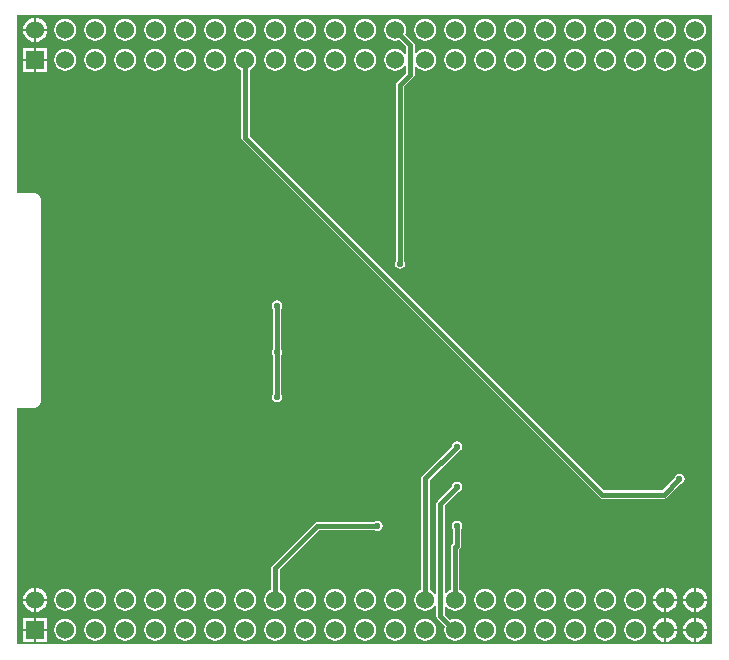
<source format=gbl>
G04 Layer_Physical_Order=4*
G04 Layer_Color=16711680*
%FSLAX25Y25*%
%MOIN*%
G70*
G01*
G75*
%ADD17C,0.01500*%
%ADD18C,0.06000*%
%ADD19R,0.06000X0.06000*%
%ADD20C,0.02200*%
G36*
X304909Y4591D02*
X73457D01*
Y83409D01*
X78740D01*
X79411Y83498D01*
X80036Y83756D01*
X80572Y84168D01*
X80984Y84705D01*
X81243Y85330D01*
X81331Y86000D01*
Y152441D01*
X81243Y153112D01*
X80984Y153736D01*
X80572Y154273D01*
X80036Y154685D01*
X79411Y154943D01*
X78740Y155032D01*
X73457D01*
Y214323D01*
X304909D01*
Y4591D01*
D02*
G37*
%LPC*%
G36*
X89383Y23012D02*
X88443Y22888D01*
X87568Y22526D01*
X86816Y21949D01*
X86239Y21197D01*
X85876Y20321D01*
X85752Y19381D01*
X85876Y18441D01*
X86239Y17566D01*
X86816Y16814D01*
X87568Y16236D01*
X88443Y15874D01*
X89383Y15750D01*
X90323Y15874D01*
X91199Y16236D01*
X91951Y16814D01*
X92528Y17566D01*
X92891Y18441D01*
X93014Y19381D01*
X92891Y20321D01*
X92528Y21197D01*
X91951Y21949D01*
X91199Y22526D01*
X90323Y22888D01*
X89383Y23012D01*
D02*
G37*
G36*
X303365Y18981D02*
X299783D01*
Y15399D01*
X300427Y15484D01*
X301400Y15887D01*
X302236Y16528D01*
X302877Y17364D01*
X303280Y18337D01*
X303365Y18981D01*
D02*
G37*
G36*
X298983D02*
X295401D01*
X295486Y18337D01*
X295889Y17364D01*
X296530Y16528D01*
X297366Y15887D01*
X298339Y15484D01*
X298983Y15399D01*
Y18981D01*
D02*
G37*
G36*
X99383Y23012D02*
X98443Y22888D01*
X97568Y22526D01*
X96816Y21949D01*
X96239Y21197D01*
X95876Y20321D01*
X95752Y19381D01*
X95876Y18441D01*
X96239Y17566D01*
X96816Y16814D01*
X97568Y16236D01*
X98443Y15874D01*
X99383Y15750D01*
X100323Y15874D01*
X101199Y16236D01*
X101951Y16814D01*
X102528Y17566D01*
X102891Y18441D01*
X103014Y19381D01*
X102891Y20321D01*
X102528Y21197D01*
X101951Y21949D01*
X101199Y22526D01*
X100323Y22888D01*
X99383Y23012D01*
D02*
G37*
G36*
X129383D02*
X128443Y22888D01*
X127568Y22526D01*
X126816Y21949D01*
X126239Y21197D01*
X125876Y20321D01*
X125752Y19381D01*
X125876Y18441D01*
X126239Y17566D01*
X126816Y16814D01*
X127568Y16236D01*
X128443Y15874D01*
X129383Y15750D01*
X130323Y15874D01*
X131199Y16236D01*
X131951Y16814D01*
X132528Y17566D01*
X132890Y18441D01*
X133014Y19381D01*
X132890Y20321D01*
X132528Y21197D01*
X131951Y21949D01*
X131199Y22526D01*
X130323Y22888D01*
X129383Y23012D01*
D02*
G37*
G36*
X119383D02*
X118443Y22888D01*
X117568Y22526D01*
X116816Y21949D01*
X116239Y21197D01*
X115876Y20321D01*
X115752Y19381D01*
X115876Y18441D01*
X116239Y17566D01*
X116816Y16814D01*
X117568Y16236D01*
X118443Y15874D01*
X119383Y15750D01*
X120323Y15874D01*
X121199Y16236D01*
X121951Y16814D01*
X122528Y17566D01*
X122890Y18441D01*
X123014Y19381D01*
X122890Y20321D01*
X122528Y21197D01*
X121951Y21949D01*
X121199Y22526D01*
X120323Y22888D01*
X119383Y23012D01*
D02*
G37*
G36*
X109383D02*
X108443Y22888D01*
X107568Y22526D01*
X106816Y21949D01*
X106239Y21197D01*
X105876Y20321D01*
X105752Y19381D01*
X105876Y18441D01*
X106239Y17566D01*
X106816Y16814D01*
X107568Y16236D01*
X108443Y15874D01*
X109383Y15750D01*
X110323Y15874D01*
X111199Y16236D01*
X111951Y16814D01*
X112528Y17566D01*
X112891Y18441D01*
X113014Y19381D01*
X112891Y20321D01*
X112528Y21197D01*
X111951Y21949D01*
X111199Y22526D01*
X110323Y22888D01*
X109383Y23012D01*
D02*
G37*
G36*
X299783Y13363D02*
Y9781D01*
X303365D01*
X303280Y10425D01*
X302877Y11398D01*
X302236Y12234D01*
X301400Y12875D01*
X300427Y13278D01*
X299783Y13363D01*
D02*
G37*
G36*
X298983D02*
X298339Y13278D01*
X297366Y12875D01*
X296530Y12234D01*
X295889Y11398D01*
X295486Y10425D01*
X295401Y9781D01*
X298983D01*
Y13363D01*
D02*
G37*
G36*
X289783D02*
Y9781D01*
X293365D01*
X293280Y10425D01*
X292877Y11398D01*
X292236Y12234D01*
X291400Y12875D01*
X290427Y13278D01*
X289783Y13363D01*
D02*
G37*
G36*
X78983Y18981D02*
X75401D01*
X75486Y18337D01*
X75889Y17364D01*
X76530Y16528D01*
X77366Y15887D01*
X78339Y15484D01*
X78983Y15399D01*
Y18981D01*
D02*
G37*
G36*
X293365D02*
X289783D01*
Y15399D01*
X290427Y15484D01*
X291400Y15887D01*
X292236Y16528D01*
X292877Y17364D01*
X293280Y18337D01*
X293365Y18981D01*
D02*
G37*
G36*
X288983D02*
X285401D01*
X285486Y18337D01*
X285889Y17364D01*
X286530Y16528D01*
X287366Y15887D01*
X288339Y15484D01*
X288983Y15399D01*
Y18981D01*
D02*
G37*
G36*
X83365D02*
X79783D01*
Y15399D01*
X80427Y15484D01*
X81400Y15887D01*
X82236Y16528D01*
X82877Y17364D01*
X83280Y18337D01*
X83365Y18981D01*
D02*
G37*
G36*
X249383Y23012D02*
X248443Y22888D01*
X247568Y22526D01*
X246816Y21949D01*
X246239Y21197D01*
X245876Y20321D01*
X245752Y19381D01*
X245876Y18441D01*
X246239Y17566D01*
X246816Y16814D01*
X247568Y16236D01*
X248443Y15874D01*
X249383Y15750D01*
X250323Y15874D01*
X251199Y16236D01*
X251951Y16814D01*
X252528Y17566D01*
X252890Y18441D01*
X253014Y19381D01*
X252890Y20321D01*
X252528Y21197D01*
X251951Y21949D01*
X251199Y22526D01*
X250323Y22888D01*
X249383Y23012D01*
D02*
G37*
G36*
X239383D02*
X238443Y22888D01*
X237568Y22526D01*
X236816Y21949D01*
X236239Y21197D01*
X235876Y20321D01*
X235752Y19381D01*
X235876Y18441D01*
X236239Y17566D01*
X236816Y16814D01*
X237568Y16236D01*
X238443Y15874D01*
X239383Y15750D01*
X240323Y15874D01*
X241199Y16236D01*
X241951Y16814D01*
X242528Y17566D01*
X242891Y18441D01*
X243014Y19381D01*
X242891Y20321D01*
X242528Y21197D01*
X241951Y21949D01*
X241199Y22526D01*
X240323Y22888D01*
X239383Y23012D01*
D02*
G37*
G36*
X229383D02*
X228443Y22888D01*
X227568Y22526D01*
X226816Y21949D01*
X226239Y21197D01*
X225876Y20321D01*
X225752Y19381D01*
X225876Y18441D01*
X226239Y17566D01*
X226816Y16814D01*
X227568Y16236D01*
X228443Y15874D01*
X229383Y15750D01*
X230323Y15874D01*
X231199Y16236D01*
X231951Y16814D01*
X232528Y17566D01*
X232891Y18441D01*
X233014Y19381D01*
X232891Y20321D01*
X232528Y21197D01*
X231951Y21949D01*
X231199Y22526D01*
X230323Y22888D01*
X229383Y23012D01*
D02*
G37*
G36*
X259383D02*
X258443Y22888D01*
X257568Y22526D01*
X256816Y21949D01*
X256239Y21197D01*
X255876Y20321D01*
X255752Y19381D01*
X255876Y18441D01*
X256239Y17566D01*
X256816Y16814D01*
X257568Y16236D01*
X258443Y15874D01*
X259383Y15750D01*
X260323Y15874D01*
X261199Y16236D01*
X261951Y16814D01*
X262528Y17566D01*
X262891Y18441D01*
X263014Y19381D01*
X262891Y20321D01*
X262528Y21197D01*
X261951Y21949D01*
X261199Y22526D01*
X260323Y22888D01*
X259383Y23012D01*
D02*
G37*
G36*
X78983Y23363D02*
X78339Y23278D01*
X77366Y22875D01*
X76530Y22234D01*
X75889Y21398D01*
X75486Y20425D01*
X75401Y19781D01*
X78983D01*
Y23363D01*
D02*
G37*
G36*
X279383Y23012D02*
X278443Y22888D01*
X277568Y22526D01*
X276816Y21949D01*
X276239Y21197D01*
X275876Y20321D01*
X275752Y19381D01*
X275876Y18441D01*
X276239Y17566D01*
X276816Y16814D01*
X277568Y16236D01*
X278443Y15874D01*
X279383Y15750D01*
X280323Y15874D01*
X281199Y16236D01*
X281951Y16814D01*
X282528Y17566D01*
X282891Y18441D01*
X283014Y19381D01*
X282891Y20321D01*
X282528Y21197D01*
X281951Y21949D01*
X281199Y22526D01*
X280323Y22888D01*
X279383Y23012D01*
D02*
G37*
G36*
X269383D02*
X268443Y22888D01*
X267568Y22526D01*
X266816Y21949D01*
X266239Y21197D01*
X265876Y20321D01*
X265752Y19381D01*
X265876Y18441D01*
X266239Y17566D01*
X266816Y16814D01*
X267568Y16236D01*
X268443Y15874D01*
X269383Y15750D01*
X270323Y15874D01*
X271199Y16236D01*
X271951Y16814D01*
X272528Y17566D01*
X272890Y18441D01*
X273014Y19381D01*
X272890Y20321D01*
X272528Y21197D01*
X271951Y21949D01*
X271199Y22526D01*
X270323Y22888D01*
X269383Y23012D01*
D02*
G37*
G36*
X169383D02*
X168443Y22888D01*
X167568Y22526D01*
X166816Y21949D01*
X166239Y21197D01*
X165876Y20321D01*
X165752Y19381D01*
X165876Y18441D01*
X166239Y17566D01*
X166816Y16814D01*
X167568Y16236D01*
X168443Y15874D01*
X169383Y15750D01*
X170323Y15874D01*
X171199Y16236D01*
X171951Y16814D01*
X172528Y17566D01*
X172890Y18441D01*
X173014Y19381D01*
X172890Y20321D01*
X172528Y21197D01*
X171951Y21949D01*
X171199Y22526D01*
X170323Y22888D01*
X169383Y23012D01*
D02*
G37*
G36*
X149383D02*
X148443Y22888D01*
X147568Y22526D01*
X146816Y21949D01*
X146239Y21197D01*
X145876Y20321D01*
X145752Y19381D01*
X145876Y18441D01*
X146239Y17566D01*
X146816Y16814D01*
X147568Y16236D01*
X148443Y15874D01*
X149383Y15750D01*
X150323Y15874D01*
X151199Y16236D01*
X151951Y16814D01*
X152528Y17566D01*
X152891Y18441D01*
X153014Y19381D01*
X152891Y20321D01*
X152528Y21197D01*
X151951Y21949D01*
X151199Y22526D01*
X150323Y22888D01*
X149383Y23012D01*
D02*
G37*
G36*
X139383D02*
X138443Y22888D01*
X137568Y22526D01*
X136816Y21949D01*
X136239Y21197D01*
X135876Y20321D01*
X135752Y19381D01*
X135876Y18441D01*
X136239Y17566D01*
X136816Y16814D01*
X137568Y16236D01*
X138443Y15874D01*
X139383Y15750D01*
X140323Y15874D01*
X141199Y16236D01*
X141951Y16814D01*
X142528Y17566D01*
X142891Y18441D01*
X143014Y19381D01*
X142891Y20321D01*
X142528Y21197D01*
X141951Y21949D01*
X141199Y22526D01*
X140323Y22888D01*
X139383Y23012D01*
D02*
G37*
G36*
X179383D02*
X178443Y22888D01*
X177568Y22526D01*
X176816Y21949D01*
X176239Y21197D01*
X175876Y20321D01*
X175752Y19381D01*
X175876Y18441D01*
X176239Y17566D01*
X176816Y16814D01*
X177568Y16236D01*
X178443Y15874D01*
X179383Y15750D01*
X180323Y15874D01*
X181199Y16236D01*
X181951Y16814D01*
X182528Y17566D01*
X182890Y18441D01*
X183014Y19381D01*
X182890Y20321D01*
X182528Y21197D01*
X181951Y21949D01*
X181199Y22526D01*
X180323Y22888D01*
X179383Y23012D01*
D02*
G37*
G36*
X220000Y72233D02*
X219337Y72101D01*
X218774Y71726D01*
X218399Y71163D01*
X218320Y70766D01*
X208527Y60973D01*
X208228Y60527D01*
X208123Y60000D01*
Y22756D01*
X207568Y22526D01*
X206816Y21949D01*
X206239Y21197D01*
X205876Y20321D01*
X205752Y19381D01*
X205876Y18441D01*
X206239Y17566D01*
X206816Y16814D01*
X207568Y16236D01*
X208443Y15874D01*
X209383Y15750D01*
X210323Y15874D01*
X211199Y16236D01*
X211951Y16814D01*
X212528Y17566D01*
X212624Y17797D01*
X213123Y17697D01*
Y13883D01*
X213228Y13356D01*
X213527Y12910D01*
X215946Y10491D01*
X215876Y10321D01*
X215752Y9381D01*
X215876Y8441D01*
X216239Y7565D01*
X216816Y6814D01*
X217568Y6236D01*
X218443Y5874D01*
X219383Y5750D01*
X220323Y5874D01*
X221199Y6236D01*
X221951Y6814D01*
X222528Y7565D01*
X222890Y8441D01*
X223014Y9381D01*
X222890Y10321D01*
X222528Y11197D01*
X221951Y11949D01*
X221199Y12526D01*
X220323Y12888D01*
X219383Y13012D01*
X218443Y12888D01*
X217735Y12595D01*
X215877Y14453D01*
Y17216D01*
X216376Y17386D01*
X216816Y16814D01*
X217568Y16236D01*
X218443Y15874D01*
X219383Y15750D01*
X220323Y15874D01*
X221199Y16236D01*
X221951Y16814D01*
X222528Y17566D01*
X222890Y18441D01*
X223014Y19381D01*
X222890Y20321D01*
X222528Y21197D01*
X221951Y21949D01*
X221199Y22526D01*
X220760Y22707D01*
Y36313D01*
X220973Y36527D01*
X221272Y36973D01*
X221376Y37500D01*
X221376Y37500D01*
Y43000D01*
X221601Y43337D01*
X221733Y44000D01*
X221601Y44663D01*
X221226Y45226D01*
X220663Y45601D01*
X220000Y45733D01*
X219337Y45601D01*
X218774Y45226D01*
X218399Y44663D01*
X218267Y44000D01*
X218399Y43337D01*
X218623Y43000D01*
Y38070D01*
X218410Y37857D01*
X218111Y37410D01*
X218007Y36883D01*
Y22707D01*
X217568Y22526D01*
X216816Y21949D01*
X216376Y21376D01*
X215877Y21546D01*
Y50930D01*
X220266Y55320D01*
X220663Y55399D01*
X221226Y55774D01*
X221601Y56337D01*
X221733Y57000D01*
X221601Y57663D01*
X221226Y58226D01*
X220663Y58601D01*
X220000Y58733D01*
X219337Y58601D01*
X218774Y58226D01*
X218399Y57663D01*
X218320Y57266D01*
X213527Y52473D01*
X213228Y52027D01*
X213123Y51500D01*
Y21065D01*
X212624Y20965D01*
X212528Y21197D01*
X211951Y21949D01*
X211199Y22526D01*
X210876Y22659D01*
Y59430D01*
X220266Y68820D01*
X220663Y68899D01*
X221226Y69274D01*
X221601Y69837D01*
X221733Y70500D01*
X221601Y71163D01*
X221226Y71726D01*
X220663Y72101D01*
X220000Y72233D01*
D02*
G37*
G36*
X199383Y23012D02*
X198443Y22888D01*
X197568Y22526D01*
X196816Y21949D01*
X196239Y21197D01*
X195876Y20321D01*
X195752Y19381D01*
X195876Y18441D01*
X196239Y17566D01*
X196816Y16814D01*
X197568Y16236D01*
X198443Y15874D01*
X199383Y15750D01*
X200323Y15874D01*
X201199Y16236D01*
X201951Y16814D01*
X202528Y17566D01*
X202890Y18441D01*
X203014Y19381D01*
X202890Y20321D01*
X202528Y21197D01*
X201951Y21949D01*
X201199Y22526D01*
X200323Y22888D01*
X199383Y23012D01*
D02*
G37*
G36*
X189383D02*
X188443Y22888D01*
X187568Y22526D01*
X186816Y21949D01*
X186239Y21197D01*
X185876Y20321D01*
X185752Y19381D01*
X185876Y18441D01*
X186239Y17566D01*
X186816Y16814D01*
X187568Y16236D01*
X188443Y15874D01*
X189383Y15750D01*
X190323Y15874D01*
X191199Y16236D01*
X191951Y16814D01*
X192528Y17566D01*
X192891Y18441D01*
X193014Y19381D01*
X192891Y20321D01*
X192528Y21197D01*
X191951Y21949D01*
X191199Y22526D01*
X190323Y22888D01*
X189383Y23012D01*
D02*
G37*
G36*
X119383Y13012D02*
X118443Y12888D01*
X117568Y12526D01*
X116816Y11949D01*
X116239Y11197D01*
X115876Y10321D01*
X115752Y9381D01*
X115876Y8441D01*
X116239Y7565D01*
X116816Y6814D01*
X117568Y6236D01*
X118443Y5874D01*
X119383Y5750D01*
X120323Y5874D01*
X121199Y6236D01*
X121951Y6814D01*
X122528Y7565D01*
X122890Y8441D01*
X123014Y9381D01*
X122890Y10321D01*
X122528Y11197D01*
X121951Y11949D01*
X121199Y12526D01*
X120323Y12888D01*
X119383Y13012D01*
D02*
G37*
G36*
X109383D02*
X108443Y12888D01*
X107568Y12526D01*
X106816Y11949D01*
X106239Y11197D01*
X105876Y10321D01*
X105752Y9381D01*
X105876Y8441D01*
X106239Y7565D01*
X106816Y6814D01*
X107568Y6236D01*
X108443Y5874D01*
X109383Y5750D01*
X110323Y5874D01*
X111199Y6236D01*
X111951Y6814D01*
X112528Y7565D01*
X112891Y8441D01*
X113014Y9381D01*
X112891Y10321D01*
X112528Y11197D01*
X111951Y11949D01*
X111199Y12526D01*
X110323Y12888D01*
X109383Y13012D01*
D02*
G37*
G36*
X99383D02*
X98443Y12888D01*
X97568Y12526D01*
X96816Y11949D01*
X96239Y11197D01*
X95876Y10321D01*
X95752Y9381D01*
X95876Y8441D01*
X96239Y7565D01*
X96816Y6814D01*
X97568Y6236D01*
X98443Y5874D01*
X99383Y5750D01*
X100323Y5874D01*
X101199Y6236D01*
X101951Y6814D01*
X102528Y7565D01*
X102891Y8441D01*
X103014Y9381D01*
X102891Y10321D01*
X102528Y11197D01*
X101951Y11949D01*
X101199Y12526D01*
X100323Y12888D01*
X99383Y13012D01*
D02*
G37*
G36*
X129383D02*
X128443Y12888D01*
X127568Y12526D01*
X126816Y11949D01*
X126239Y11197D01*
X125876Y10321D01*
X125752Y9381D01*
X125876Y8441D01*
X126239Y7565D01*
X126816Y6814D01*
X127568Y6236D01*
X128443Y5874D01*
X129383Y5750D01*
X130323Y5874D01*
X131199Y6236D01*
X131951Y6814D01*
X132528Y7565D01*
X132890Y8441D01*
X133014Y9381D01*
X132890Y10321D01*
X132528Y11197D01*
X131951Y11949D01*
X131199Y12526D01*
X130323Y12888D01*
X129383Y13012D01*
D02*
G37*
G36*
X159383D02*
X158443Y12888D01*
X157568Y12526D01*
X156816Y11949D01*
X156239Y11197D01*
X155876Y10321D01*
X155752Y9381D01*
X155876Y8441D01*
X156239Y7565D01*
X156816Y6814D01*
X157568Y6236D01*
X158443Y5874D01*
X159383Y5750D01*
X160323Y5874D01*
X161199Y6236D01*
X161951Y6814D01*
X162528Y7565D01*
X162891Y8441D01*
X163014Y9381D01*
X162891Y10321D01*
X162528Y11197D01*
X161951Y11949D01*
X161199Y12526D01*
X160323Y12888D01*
X159383Y13012D01*
D02*
G37*
G36*
X149383D02*
X148443Y12888D01*
X147568Y12526D01*
X146816Y11949D01*
X146239Y11197D01*
X145876Y10321D01*
X145752Y9381D01*
X145876Y8441D01*
X146239Y7565D01*
X146816Y6814D01*
X147568Y6236D01*
X148443Y5874D01*
X149383Y5750D01*
X150323Y5874D01*
X151199Y6236D01*
X151951Y6814D01*
X152528Y7565D01*
X152891Y8441D01*
X153014Y9381D01*
X152891Y10321D01*
X152528Y11197D01*
X151951Y11949D01*
X151199Y12526D01*
X150323Y12888D01*
X149383Y13012D01*
D02*
G37*
G36*
X139383D02*
X138443Y12888D01*
X137568Y12526D01*
X136816Y11949D01*
X136239Y11197D01*
X135876Y10321D01*
X135752Y9381D01*
X135876Y8441D01*
X136239Y7565D01*
X136816Y6814D01*
X137568Y6236D01*
X138443Y5874D01*
X139383Y5750D01*
X140323Y5874D01*
X141199Y6236D01*
X141951Y6814D01*
X142528Y7565D01*
X142891Y8441D01*
X143014Y9381D01*
X142891Y10321D01*
X142528Y11197D01*
X141951Y11949D01*
X141199Y12526D01*
X140323Y12888D01*
X139383Y13012D01*
D02*
G37*
G36*
X288983Y8981D02*
X285401D01*
X285486Y8337D01*
X285889Y7364D01*
X286530Y6528D01*
X287366Y5887D01*
X288339Y5484D01*
X288983Y5399D01*
Y8981D01*
D02*
G37*
G36*
X83383D02*
X79783D01*
Y5381D01*
X83383D01*
Y8981D01*
D02*
G37*
G36*
X78983D02*
X75383D01*
Y5381D01*
X78983D01*
Y8981D01*
D02*
G37*
G36*
X293365D02*
X289783D01*
Y5399D01*
X290427Y5484D01*
X291400Y5887D01*
X292236Y6528D01*
X292877Y7364D01*
X293280Y8337D01*
X293365Y8981D01*
D02*
G37*
G36*
X89383Y13012D02*
X88443Y12888D01*
X87568Y12526D01*
X86816Y11949D01*
X86239Y11197D01*
X85876Y10321D01*
X85752Y9381D01*
X85876Y8441D01*
X86239Y7565D01*
X86816Y6814D01*
X87568Y6236D01*
X88443Y5874D01*
X89383Y5750D01*
X90323Y5874D01*
X91199Y6236D01*
X91951Y6814D01*
X92528Y7565D01*
X92891Y8441D01*
X93014Y9381D01*
X92891Y10321D01*
X92528Y11197D01*
X91951Y11949D01*
X91199Y12526D01*
X90323Y12888D01*
X89383Y13012D01*
D02*
G37*
G36*
X303365Y8981D02*
X299783D01*
Y5399D01*
X300427Y5484D01*
X301400Y5887D01*
X302236Y6528D01*
X302877Y7364D01*
X303280Y8337D01*
X303365Y8981D01*
D02*
G37*
G36*
X298983D02*
X295401D01*
X295486Y8337D01*
X295889Y7364D01*
X296530Y6528D01*
X297366Y5887D01*
X298339Y5484D01*
X298983Y5399D01*
Y8981D01*
D02*
G37*
G36*
X269383Y13012D02*
X268443Y12888D01*
X267568Y12526D01*
X266816Y11949D01*
X266239Y11197D01*
X265876Y10321D01*
X265752Y9381D01*
X265876Y8441D01*
X266239Y7565D01*
X266816Y6814D01*
X267568Y6236D01*
X268443Y5874D01*
X269383Y5750D01*
X270323Y5874D01*
X271199Y6236D01*
X271951Y6814D01*
X272528Y7565D01*
X272890Y8441D01*
X273014Y9381D01*
X272890Y10321D01*
X272528Y11197D01*
X271951Y11949D01*
X271199Y12526D01*
X270323Y12888D01*
X269383Y13012D01*
D02*
G37*
G36*
X259383D02*
X258443Y12888D01*
X257568Y12526D01*
X256816Y11949D01*
X256239Y11197D01*
X255876Y10321D01*
X255752Y9381D01*
X255876Y8441D01*
X256239Y7565D01*
X256816Y6814D01*
X257568Y6236D01*
X258443Y5874D01*
X259383Y5750D01*
X260323Y5874D01*
X261199Y6236D01*
X261951Y6814D01*
X262528Y7565D01*
X262891Y8441D01*
X263014Y9381D01*
X262891Y10321D01*
X262528Y11197D01*
X261951Y11949D01*
X261199Y12526D01*
X260323Y12888D01*
X259383Y13012D01*
D02*
G37*
G36*
X249383D02*
X248443Y12888D01*
X247568Y12526D01*
X246816Y11949D01*
X246239Y11197D01*
X245876Y10321D01*
X245752Y9381D01*
X245876Y8441D01*
X246239Y7565D01*
X246816Y6814D01*
X247568Y6236D01*
X248443Y5874D01*
X249383Y5750D01*
X250323Y5874D01*
X251199Y6236D01*
X251951Y6814D01*
X252528Y7565D01*
X252890Y8441D01*
X253014Y9381D01*
X252890Y10321D01*
X252528Y11197D01*
X251951Y11949D01*
X251199Y12526D01*
X250323Y12888D01*
X249383Y13012D01*
D02*
G37*
G36*
X279383D02*
X278443Y12888D01*
X277568Y12526D01*
X276816Y11949D01*
X276239Y11197D01*
X275876Y10321D01*
X275752Y9381D01*
X275876Y8441D01*
X276239Y7565D01*
X276816Y6814D01*
X277568Y6236D01*
X278443Y5874D01*
X279383Y5750D01*
X280323Y5874D01*
X281199Y6236D01*
X281951Y6814D01*
X282528Y7565D01*
X282891Y8441D01*
X283014Y9381D01*
X282891Y10321D01*
X282528Y11197D01*
X281951Y11949D01*
X281199Y12526D01*
X280323Y12888D01*
X279383Y13012D01*
D02*
G37*
G36*
X288983Y13363D02*
X288339Y13278D01*
X287366Y12875D01*
X286530Y12234D01*
X285889Y11398D01*
X285486Y10425D01*
X285401Y9781D01*
X288983D01*
Y13363D01*
D02*
G37*
G36*
X83383Y13381D02*
X79783D01*
Y9781D01*
X83383D01*
Y13381D01*
D02*
G37*
G36*
X78983D02*
X75383D01*
Y9781D01*
X78983D01*
Y13381D01*
D02*
G37*
G36*
X189383Y13012D02*
X188443Y12888D01*
X187568Y12526D01*
X186816Y11949D01*
X186239Y11197D01*
X185876Y10321D01*
X185752Y9381D01*
X185876Y8441D01*
X186239Y7565D01*
X186816Y6814D01*
X187568Y6236D01*
X188443Y5874D01*
X189383Y5750D01*
X190323Y5874D01*
X191199Y6236D01*
X191951Y6814D01*
X192528Y7565D01*
X192891Y8441D01*
X193014Y9381D01*
X192891Y10321D01*
X192528Y11197D01*
X191951Y11949D01*
X191199Y12526D01*
X190323Y12888D01*
X189383Y13012D01*
D02*
G37*
G36*
X179383D02*
X178443Y12888D01*
X177568Y12526D01*
X176816Y11949D01*
X176239Y11197D01*
X175876Y10321D01*
X175752Y9381D01*
X175876Y8441D01*
X176239Y7565D01*
X176816Y6814D01*
X177568Y6236D01*
X178443Y5874D01*
X179383Y5750D01*
X180323Y5874D01*
X181199Y6236D01*
X181951Y6814D01*
X182528Y7565D01*
X182890Y8441D01*
X183014Y9381D01*
X182890Y10321D01*
X182528Y11197D01*
X181951Y11949D01*
X181199Y12526D01*
X180323Y12888D01*
X179383Y13012D01*
D02*
G37*
G36*
X169383D02*
X168443Y12888D01*
X167568Y12526D01*
X166816Y11949D01*
X166239Y11197D01*
X165876Y10321D01*
X165752Y9381D01*
X165876Y8441D01*
X166239Y7565D01*
X166816Y6814D01*
X167568Y6236D01*
X168443Y5874D01*
X169383Y5750D01*
X170323Y5874D01*
X171199Y6236D01*
X171951Y6814D01*
X172528Y7565D01*
X172890Y8441D01*
X173014Y9381D01*
X172890Y10321D01*
X172528Y11197D01*
X171951Y11949D01*
X171199Y12526D01*
X170323Y12888D01*
X169383Y13012D01*
D02*
G37*
G36*
X199383D02*
X198443Y12888D01*
X197568Y12526D01*
X196816Y11949D01*
X196239Y11197D01*
X195876Y10321D01*
X195752Y9381D01*
X195876Y8441D01*
X196239Y7565D01*
X196816Y6814D01*
X197568Y6236D01*
X198443Y5874D01*
X199383Y5750D01*
X200323Y5874D01*
X201199Y6236D01*
X201951Y6814D01*
X202528Y7565D01*
X202890Y8441D01*
X203014Y9381D01*
X202890Y10321D01*
X202528Y11197D01*
X201951Y11949D01*
X201199Y12526D01*
X200323Y12888D01*
X199383Y13012D01*
D02*
G37*
G36*
X239383D02*
X238443Y12888D01*
X237568Y12526D01*
X236816Y11949D01*
X236239Y11197D01*
X235876Y10321D01*
X235752Y9381D01*
X235876Y8441D01*
X236239Y7565D01*
X236816Y6814D01*
X237568Y6236D01*
X238443Y5874D01*
X239383Y5750D01*
X240323Y5874D01*
X241199Y6236D01*
X241951Y6814D01*
X242528Y7565D01*
X242891Y8441D01*
X243014Y9381D01*
X242891Y10321D01*
X242528Y11197D01*
X241951Y11949D01*
X241199Y12526D01*
X240323Y12888D01*
X239383Y13012D01*
D02*
G37*
G36*
X229383D02*
X228443Y12888D01*
X227568Y12526D01*
X226816Y11949D01*
X226239Y11197D01*
X225876Y10321D01*
X225752Y9381D01*
X225876Y8441D01*
X226239Y7565D01*
X226816Y6814D01*
X227568Y6236D01*
X228443Y5874D01*
X229383Y5750D01*
X230323Y5874D01*
X231199Y6236D01*
X231951Y6814D01*
X232528Y7565D01*
X232891Y8441D01*
X233014Y9381D01*
X232891Y10321D01*
X232528Y11197D01*
X231951Y11949D01*
X231199Y12526D01*
X230323Y12888D01*
X229383Y13012D01*
D02*
G37*
G36*
X209383D02*
X208443Y12888D01*
X207568Y12526D01*
X206816Y11949D01*
X206239Y11197D01*
X205876Y10321D01*
X205752Y9381D01*
X205876Y8441D01*
X206239Y7565D01*
X206816Y6814D01*
X207568Y6236D01*
X208443Y5874D01*
X209383Y5750D01*
X210323Y5874D01*
X211199Y6236D01*
X211951Y6814D01*
X212528Y7565D01*
X212891Y8441D01*
X213014Y9381D01*
X212891Y10321D01*
X212528Y11197D01*
X211951Y11949D01*
X211199Y12526D01*
X210323Y12888D01*
X209383Y13012D01*
D02*
G37*
G36*
X129383Y213012D02*
X128443Y212888D01*
X127568Y212526D01*
X126816Y211949D01*
X126239Y211197D01*
X125876Y210321D01*
X125752Y209381D01*
X125876Y208441D01*
X126239Y207565D01*
X126816Y206814D01*
X127568Y206236D01*
X128443Y205874D01*
X129383Y205750D01*
X130323Y205874D01*
X131199Y206236D01*
X131951Y206814D01*
X132528Y207565D01*
X132890Y208441D01*
X133014Y209381D01*
X132890Y210321D01*
X132528Y211197D01*
X131951Y211949D01*
X131199Y212526D01*
X130323Y212888D01*
X129383Y213012D01*
D02*
G37*
G36*
X119383D02*
X118443Y212888D01*
X117568Y212526D01*
X116816Y211949D01*
X116239Y211197D01*
X115876Y210321D01*
X115752Y209381D01*
X115876Y208441D01*
X116239Y207565D01*
X116816Y206814D01*
X117568Y206236D01*
X118443Y205874D01*
X119383Y205750D01*
X120323Y205874D01*
X121199Y206236D01*
X121951Y206814D01*
X122528Y207565D01*
X122890Y208441D01*
X123014Y209381D01*
X122890Y210321D01*
X122528Y211197D01*
X121951Y211949D01*
X121199Y212526D01*
X120323Y212888D01*
X119383Y213012D01*
D02*
G37*
G36*
X109383D02*
X108443Y212888D01*
X107568Y212526D01*
X106816Y211949D01*
X106239Y211197D01*
X105876Y210321D01*
X105752Y209381D01*
X105876Y208441D01*
X106239Y207565D01*
X106816Y206814D01*
X107568Y206236D01*
X108443Y205874D01*
X109383Y205750D01*
X110323Y205874D01*
X111199Y206236D01*
X111951Y206814D01*
X112528Y207565D01*
X112891Y208441D01*
X113014Y209381D01*
X112891Y210321D01*
X112528Y211197D01*
X111951Y211949D01*
X111199Y212526D01*
X110323Y212888D01*
X109383Y213012D01*
D02*
G37*
G36*
X139383D02*
X138443Y212888D01*
X137568Y212526D01*
X136816Y211949D01*
X136239Y211197D01*
X135876Y210321D01*
X135752Y209381D01*
X135876Y208441D01*
X136239Y207565D01*
X136816Y206814D01*
X137568Y206236D01*
X138443Y205874D01*
X139383Y205750D01*
X140323Y205874D01*
X141199Y206236D01*
X141951Y206814D01*
X142528Y207565D01*
X142891Y208441D01*
X143014Y209381D01*
X142891Y210321D01*
X142528Y211197D01*
X141951Y211949D01*
X141199Y212526D01*
X140323Y212888D01*
X139383Y213012D01*
D02*
G37*
G36*
X169383D02*
X168443Y212888D01*
X167568Y212526D01*
X166816Y211949D01*
X166239Y211197D01*
X165876Y210321D01*
X165752Y209381D01*
X165876Y208441D01*
X166239Y207565D01*
X166816Y206814D01*
X167568Y206236D01*
X168443Y205874D01*
X169383Y205750D01*
X170323Y205874D01*
X171199Y206236D01*
X171951Y206814D01*
X172528Y207565D01*
X172890Y208441D01*
X173014Y209381D01*
X172890Y210321D01*
X172528Y211197D01*
X171951Y211949D01*
X171199Y212526D01*
X170323Y212888D01*
X169383Y213012D01*
D02*
G37*
G36*
X159383D02*
X158443Y212888D01*
X157568Y212526D01*
X156816Y211949D01*
X156239Y211197D01*
X155876Y210321D01*
X155752Y209381D01*
X155876Y208441D01*
X156239Y207565D01*
X156816Y206814D01*
X157568Y206236D01*
X158443Y205874D01*
X159383Y205750D01*
X160323Y205874D01*
X161199Y206236D01*
X161951Y206814D01*
X162528Y207565D01*
X162891Y208441D01*
X163014Y209381D01*
X162891Y210321D01*
X162528Y211197D01*
X161951Y211949D01*
X161199Y212526D01*
X160323Y212888D01*
X159383Y213012D01*
D02*
G37*
G36*
X149383D02*
X148443Y212888D01*
X147568Y212526D01*
X146816Y211949D01*
X146239Y211197D01*
X145876Y210321D01*
X145752Y209381D01*
X145876Y208441D01*
X146239Y207565D01*
X146816Y206814D01*
X147568Y206236D01*
X148443Y205874D01*
X149383Y205750D01*
X150323Y205874D01*
X151199Y206236D01*
X151951Y206814D01*
X152528Y207565D01*
X152891Y208441D01*
X153014Y209381D01*
X152891Y210321D01*
X152528Y211197D01*
X151951Y211949D01*
X151199Y212526D01*
X150323Y212888D01*
X149383Y213012D01*
D02*
G37*
G36*
X199383D02*
X198443Y212888D01*
X197568Y212526D01*
X196816Y211949D01*
X196239Y211197D01*
X195876Y210321D01*
X195752Y209381D01*
X195876Y208441D01*
X196239Y207565D01*
X196816Y206814D01*
X197568Y206236D01*
X198443Y205874D01*
X199383Y205750D01*
X200323Y205874D01*
X200929Y206125D01*
X203124Y203930D01*
Y201065D01*
X202624Y200965D01*
X202528Y201197D01*
X201951Y201949D01*
X201199Y202526D01*
X200323Y202888D01*
X199383Y203012D01*
X198443Y202888D01*
X197568Y202526D01*
X196816Y201949D01*
X196239Y201197D01*
X195876Y200321D01*
X195752Y199381D01*
X195876Y198441D01*
X196239Y197565D01*
X196816Y196813D01*
X197568Y196236D01*
X198443Y195874D01*
X199383Y195750D01*
X200323Y195874D01*
X201199Y196236D01*
X201951Y196813D01*
X202528Y197565D01*
X202624Y197797D01*
X203124Y197697D01*
Y195070D01*
X200027Y191973D01*
X199728Y191527D01*
X199624Y191000D01*
Y132500D01*
X199399Y132163D01*
X199267Y131500D01*
X199399Y130837D01*
X199774Y130274D01*
X200337Y129899D01*
X201000Y129767D01*
X201663Y129899D01*
X202226Y130274D01*
X202601Y130837D01*
X202733Y131500D01*
X202601Y132163D01*
X202376Y132500D01*
Y190430D01*
X205473Y193527D01*
X205772Y193973D01*
X205876Y194500D01*
X205876Y194500D01*
Y197216D01*
X206377Y197386D01*
X206816Y196813D01*
X207568Y196236D01*
X208443Y195874D01*
X209383Y195750D01*
X210323Y195874D01*
X211199Y196236D01*
X211951Y196813D01*
X212528Y197565D01*
X212891Y198441D01*
X213014Y199381D01*
X212891Y200321D01*
X212528Y201197D01*
X211951Y201949D01*
X211199Y202526D01*
X210323Y202888D01*
X209383Y203012D01*
X208443Y202888D01*
X207568Y202526D01*
X206816Y201949D01*
X206377Y201376D01*
X205876Y201546D01*
Y204500D01*
X205876Y204500D01*
X205772Y205027D01*
X205473Y205473D01*
X202778Y208169D01*
X202890Y208441D01*
X203014Y209381D01*
X202890Y210321D01*
X202528Y211197D01*
X201951Y211949D01*
X201199Y212526D01*
X200323Y212888D01*
X199383Y213012D01*
D02*
G37*
G36*
X83383Y203381D02*
X79783D01*
Y199781D01*
X83383D01*
Y203381D01*
D02*
G37*
G36*
X78983D02*
X75383D01*
Y199781D01*
X78983D01*
Y203381D01*
D02*
G37*
G36*
Y208981D02*
X75401D01*
X75486Y208337D01*
X75889Y207364D01*
X76530Y206528D01*
X77366Y205887D01*
X78339Y205484D01*
X78983Y205399D01*
Y208981D01*
D02*
G37*
G36*
X99383Y213012D02*
X98443Y212888D01*
X97568Y212526D01*
X96816Y211949D01*
X96239Y211197D01*
X95876Y210321D01*
X95752Y209381D01*
X95876Y208441D01*
X96239Y207565D01*
X96816Y206814D01*
X97568Y206236D01*
X98443Y205874D01*
X99383Y205750D01*
X100323Y205874D01*
X101199Y206236D01*
X101951Y206814D01*
X102528Y207565D01*
X102891Y208441D01*
X103014Y209381D01*
X102891Y210321D01*
X102528Y211197D01*
X101951Y211949D01*
X101199Y212526D01*
X100323Y212888D01*
X99383Y213012D01*
D02*
G37*
G36*
X89383D02*
X88443Y212888D01*
X87568Y212526D01*
X86816Y211949D01*
X86239Y211197D01*
X85876Y210321D01*
X85752Y209381D01*
X85876Y208441D01*
X86239Y207565D01*
X86816Y206814D01*
X87568Y206236D01*
X88443Y205874D01*
X89383Y205750D01*
X90323Y205874D01*
X91199Y206236D01*
X91951Y206814D01*
X92528Y207565D01*
X92891Y208441D01*
X93014Y209381D01*
X92891Y210321D01*
X92528Y211197D01*
X91951Y211949D01*
X91199Y212526D01*
X90323Y212888D01*
X89383Y213012D01*
D02*
G37*
G36*
X83365Y208981D02*
X79783D01*
Y205399D01*
X80427Y205484D01*
X81400Y205887D01*
X82236Y206528D01*
X82877Y207364D01*
X83280Y208337D01*
X83365Y208981D01*
D02*
G37*
G36*
X279383Y213012D02*
X278443Y212888D01*
X277568Y212526D01*
X276816Y211949D01*
X276239Y211197D01*
X275876Y210321D01*
X275752Y209381D01*
X275876Y208441D01*
X276239Y207565D01*
X276816Y206814D01*
X277568Y206236D01*
X278443Y205874D01*
X279383Y205750D01*
X280323Y205874D01*
X281199Y206236D01*
X281951Y206814D01*
X282528Y207565D01*
X282891Y208441D01*
X283014Y209381D01*
X282891Y210321D01*
X282528Y211197D01*
X281951Y211949D01*
X281199Y212526D01*
X280323Y212888D01*
X279383Y213012D01*
D02*
G37*
G36*
X269383D02*
X268443Y212888D01*
X267568Y212526D01*
X266816Y211949D01*
X266239Y211197D01*
X265876Y210321D01*
X265752Y209381D01*
X265876Y208441D01*
X266239Y207565D01*
X266816Y206814D01*
X267568Y206236D01*
X268443Y205874D01*
X269383Y205750D01*
X270323Y205874D01*
X271199Y206236D01*
X271951Y206814D01*
X272528Y207565D01*
X272890Y208441D01*
X273014Y209381D01*
X272890Y210321D01*
X272528Y211197D01*
X271951Y211949D01*
X271199Y212526D01*
X270323Y212888D01*
X269383Y213012D01*
D02*
G37*
G36*
X259383D02*
X258443Y212888D01*
X257568Y212526D01*
X256816Y211949D01*
X256239Y211197D01*
X255876Y210321D01*
X255752Y209381D01*
X255876Y208441D01*
X256239Y207565D01*
X256816Y206814D01*
X257568Y206236D01*
X258443Y205874D01*
X259383Y205750D01*
X260323Y205874D01*
X261199Y206236D01*
X261951Y206814D01*
X262528Y207565D01*
X262891Y208441D01*
X263014Y209381D01*
X262891Y210321D01*
X262528Y211197D01*
X261951Y211949D01*
X261199Y212526D01*
X260323Y212888D01*
X259383Y213012D01*
D02*
G37*
G36*
X289383D02*
X288443Y212888D01*
X287568Y212526D01*
X286816Y211949D01*
X286239Y211197D01*
X285876Y210321D01*
X285752Y209381D01*
X285876Y208441D01*
X286239Y207565D01*
X286816Y206814D01*
X287568Y206236D01*
X288443Y205874D01*
X289383Y205750D01*
X290323Y205874D01*
X291199Y206236D01*
X291951Y206814D01*
X292528Y207565D01*
X292891Y208441D01*
X293014Y209381D01*
X292891Y210321D01*
X292528Y211197D01*
X291951Y211949D01*
X291199Y212526D01*
X290323Y212888D01*
X289383Y213012D01*
D02*
G37*
G36*
X79783Y213363D02*
Y209781D01*
X83365D01*
X83280Y210425D01*
X82877Y211398D01*
X82236Y212234D01*
X81400Y212875D01*
X80427Y213278D01*
X79783Y213363D01*
D02*
G37*
G36*
X78983D02*
X78339Y213278D01*
X77366Y212875D01*
X76530Y212234D01*
X75889Y211398D01*
X75486Y210425D01*
X75401Y209781D01*
X78983D01*
Y213363D01*
D02*
G37*
G36*
X299383Y213012D02*
X298443Y212888D01*
X297568Y212526D01*
X296816Y211949D01*
X296239Y211197D01*
X295876Y210321D01*
X295752Y209381D01*
X295876Y208441D01*
X296239Y207565D01*
X296816Y206814D01*
X297568Y206236D01*
X298443Y205874D01*
X299383Y205750D01*
X300323Y205874D01*
X301199Y206236D01*
X301951Y206814D01*
X302528Y207565D01*
X302890Y208441D01*
X303014Y209381D01*
X302890Y210321D01*
X302528Y211197D01*
X301951Y211949D01*
X301199Y212526D01*
X300323Y212888D01*
X299383Y213012D01*
D02*
G37*
G36*
X209383D02*
X208443Y212888D01*
X207568Y212526D01*
X206816Y211949D01*
X206239Y211197D01*
X205876Y210321D01*
X205752Y209381D01*
X205876Y208441D01*
X206239Y207565D01*
X206816Y206814D01*
X207568Y206236D01*
X208443Y205874D01*
X209383Y205750D01*
X210323Y205874D01*
X211199Y206236D01*
X211951Y206814D01*
X212528Y207565D01*
X212891Y208441D01*
X213014Y209381D01*
X212891Y210321D01*
X212528Y211197D01*
X211951Y211949D01*
X211199Y212526D01*
X210323Y212888D01*
X209383Y213012D01*
D02*
G37*
G36*
X189383D02*
X188443Y212888D01*
X187568Y212526D01*
X186816Y211949D01*
X186239Y211197D01*
X185876Y210321D01*
X185752Y209381D01*
X185876Y208441D01*
X186239Y207565D01*
X186816Y206814D01*
X187568Y206236D01*
X188443Y205874D01*
X189383Y205750D01*
X190323Y205874D01*
X191199Y206236D01*
X191951Y206814D01*
X192528Y207565D01*
X192891Y208441D01*
X193014Y209381D01*
X192891Y210321D01*
X192528Y211197D01*
X191951Y211949D01*
X191199Y212526D01*
X190323Y212888D01*
X189383Y213012D01*
D02*
G37*
G36*
X179383D02*
X178443Y212888D01*
X177568Y212526D01*
X176816Y211949D01*
X176239Y211197D01*
X175876Y210321D01*
X175752Y209381D01*
X175876Y208441D01*
X176239Y207565D01*
X176816Y206814D01*
X177568Y206236D01*
X178443Y205874D01*
X179383Y205750D01*
X180323Y205874D01*
X181199Y206236D01*
X181951Y206814D01*
X182528Y207565D01*
X182890Y208441D01*
X183014Y209381D01*
X182890Y210321D01*
X182528Y211197D01*
X181951Y211949D01*
X181199Y212526D01*
X180323Y212888D01*
X179383Y213012D01*
D02*
G37*
G36*
X219383D02*
X218443Y212888D01*
X217568Y212526D01*
X216816Y211949D01*
X216239Y211197D01*
X215876Y210321D01*
X215752Y209381D01*
X215876Y208441D01*
X216239Y207565D01*
X216816Y206814D01*
X217568Y206236D01*
X218443Y205874D01*
X219383Y205750D01*
X220323Y205874D01*
X221199Y206236D01*
X221951Y206814D01*
X222528Y207565D01*
X222890Y208441D01*
X223014Y209381D01*
X222890Y210321D01*
X222528Y211197D01*
X221951Y211949D01*
X221199Y212526D01*
X220323Y212888D01*
X219383Y213012D01*
D02*
G37*
G36*
X249383D02*
X248443Y212888D01*
X247568Y212526D01*
X246816Y211949D01*
X246239Y211197D01*
X245876Y210321D01*
X245752Y209381D01*
X245876Y208441D01*
X246239Y207565D01*
X246816Y206814D01*
X247568Y206236D01*
X248443Y205874D01*
X249383Y205750D01*
X250323Y205874D01*
X251199Y206236D01*
X251951Y206814D01*
X252528Y207565D01*
X252890Y208441D01*
X253014Y209381D01*
X252890Y210321D01*
X252528Y211197D01*
X251951Y211949D01*
X251199Y212526D01*
X250323Y212888D01*
X249383Y213012D01*
D02*
G37*
G36*
X239383D02*
X238443Y212888D01*
X237568Y212526D01*
X236816Y211949D01*
X236239Y211197D01*
X235876Y210321D01*
X235752Y209381D01*
X235876Y208441D01*
X236239Y207565D01*
X236816Y206814D01*
X237568Y206236D01*
X238443Y205874D01*
X239383Y205750D01*
X240323Y205874D01*
X241199Y206236D01*
X241951Y206814D01*
X242528Y207565D01*
X242891Y208441D01*
X243014Y209381D01*
X242891Y210321D01*
X242528Y211197D01*
X241951Y211949D01*
X241199Y212526D01*
X240323Y212888D01*
X239383Y213012D01*
D02*
G37*
G36*
X229383D02*
X228443Y212888D01*
X227568Y212526D01*
X226816Y211949D01*
X226239Y211197D01*
X225876Y210321D01*
X225752Y209381D01*
X225876Y208441D01*
X226239Y207565D01*
X226816Y206814D01*
X227568Y206236D01*
X228443Y205874D01*
X229383Y205750D01*
X230323Y205874D01*
X231199Y206236D01*
X231951Y206814D01*
X232528Y207565D01*
X232891Y208441D01*
X233014Y209381D01*
X232891Y210321D01*
X232528Y211197D01*
X231951Y211949D01*
X231199Y212526D01*
X230323Y212888D01*
X229383Y213012D01*
D02*
G37*
G36*
X299383Y203012D02*
X298443Y202888D01*
X297568Y202526D01*
X296816Y201949D01*
X296239Y201197D01*
X295876Y200321D01*
X295752Y199381D01*
X295876Y198441D01*
X296239Y197565D01*
X296816Y196813D01*
X297568Y196236D01*
X298443Y195874D01*
X299383Y195750D01*
X300323Y195874D01*
X301199Y196236D01*
X301951Y196813D01*
X302528Y197565D01*
X302890Y198441D01*
X303014Y199381D01*
X302890Y200321D01*
X302528Y201197D01*
X301951Y201949D01*
X301199Y202526D01*
X300323Y202888D01*
X299383Y203012D01*
D02*
G37*
G36*
X83383Y198981D02*
X79783D01*
Y195381D01*
X83383D01*
Y198981D01*
D02*
G37*
G36*
X78983D02*
X75383D01*
Y195381D01*
X78983D01*
Y198981D01*
D02*
G37*
G36*
X160000Y119233D02*
X159337Y119101D01*
X158774Y118726D01*
X158399Y118163D01*
X158267Y117500D01*
X158399Y116837D01*
X158624Y116500D01*
Y103000D01*
X158399Y102663D01*
X158267Y102000D01*
X158399Y101337D01*
X158624Y101000D01*
Y88000D01*
X158399Y87663D01*
X158267Y87000D01*
X158399Y86337D01*
X158774Y85774D01*
X159337Y85399D01*
X160000Y85267D01*
X160663Y85399D01*
X161226Y85774D01*
X161601Y86337D01*
X161733Y87000D01*
X161601Y87663D01*
X161376Y88000D01*
Y101000D01*
X161601Y101337D01*
X161733Y102000D01*
X161601Y102663D01*
X161376Y103000D01*
Y116500D01*
X161601Y116837D01*
X161733Y117500D01*
X161601Y118163D01*
X161226Y118726D01*
X160663Y119101D01*
X160000Y119233D01*
D02*
G37*
G36*
X89383Y203012D02*
X88443Y202888D01*
X87568Y202526D01*
X86816Y201949D01*
X86239Y201197D01*
X85876Y200321D01*
X85752Y199381D01*
X85876Y198441D01*
X86239Y197565D01*
X86816Y196813D01*
X87568Y196236D01*
X88443Y195874D01*
X89383Y195750D01*
X90323Y195874D01*
X91199Y196236D01*
X91951Y196813D01*
X92528Y197565D01*
X92891Y198441D01*
X93014Y199381D01*
X92891Y200321D01*
X92528Y201197D01*
X91951Y201949D01*
X91199Y202526D01*
X90323Y202888D01*
X89383Y203012D01*
D02*
G37*
G36*
X119383D02*
X118443Y202888D01*
X117568Y202526D01*
X116816Y201949D01*
X116239Y201197D01*
X115876Y200321D01*
X115752Y199381D01*
X115876Y198441D01*
X116239Y197565D01*
X116816Y196813D01*
X117568Y196236D01*
X118443Y195874D01*
X119383Y195750D01*
X120323Y195874D01*
X121199Y196236D01*
X121951Y196813D01*
X122528Y197565D01*
X122890Y198441D01*
X123014Y199381D01*
X122890Y200321D01*
X122528Y201197D01*
X121951Y201949D01*
X121199Y202526D01*
X120323Y202888D01*
X119383Y203012D01*
D02*
G37*
G36*
X109383D02*
X108443Y202888D01*
X107568Y202526D01*
X106816Y201949D01*
X106239Y201197D01*
X105876Y200321D01*
X105752Y199381D01*
X105876Y198441D01*
X106239Y197565D01*
X106816Y196813D01*
X107568Y196236D01*
X108443Y195874D01*
X109383Y195750D01*
X110323Y195874D01*
X111199Y196236D01*
X111951Y196813D01*
X112528Y197565D01*
X112891Y198441D01*
X113014Y199381D01*
X112891Y200321D01*
X112528Y201197D01*
X111951Y201949D01*
X111199Y202526D01*
X110323Y202888D01*
X109383Y203012D01*
D02*
G37*
G36*
X99383D02*
X98443Y202888D01*
X97568Y202526D01*
X96816Y201949D01*
X96239Y201197D01*
X95876Y200321D01*
X95752Y199381D01*
X95876Y198441D01*
X96239Y197565D01*
X96816Y196813D01*
X97568Y196236D01*
X98443Y195874D01*
X99383Y195750D01*
X100323Y195874D01*
X101199Y196236D01*
X101951Y196813D01*
X102528Y197565D01*
X102891Y198441D01*
X103014Y199381D01*
X102891Y200321D01*
X102528Y201197D01*
X101951Y201949D01*
X101199Y202526D01*
X100323Y202888D01*
X99383Y203012D01*
D02*
G37*
G36*
X289783Y23363D02*
Y19781D01*
X293365D01*
X293280Y20425D01*
X292877Y21398D01*
X292236Y22234D01*
X291400Y22875D01*
X290427Y23278D01*
X289783Y23363D01*
D02*
G37*
G36*
X288983D02*
X288339Y23278D01*
X287366Y22875D01*
X286530Y22234D01*
X285889Y21398D01*
X285486Y20425D01*
X285401Y19781D01*
X288983D01*
Y23363D01*
D02*
G37*
G36*
X79783D02*
Y19781D01*
X83365D01*
X83280Y20425D01*
X82877Y21398D01*
X82236Y22234D01*
X81400Y22875D01*
X80427Y23278D01*
X79783Y23363D01*
D02*
G37*
G36*
X298983D02*
X298339Y23278D01*
X297366Y22875D01*
X296530Y22234D01*
X295889Y21398D01*
X295486Y20425D01*
X295401Y19781D01*
X298983D01*
Y23363D01*
D02*
G37*
G36*
X149383Y203012D02*
X148443Y202888D01*
X147568Y202526D01*
X146816Y201949D01*
X146239Y201197D01*
X145876Y200321D01*
X145752Y199381D01*
X145876Y198441D01*
X146239Y197565D01*
X146816Y196813D01*
X147568Y196236D01*
X148124Y196006D01*
Y173500D01*
X148228Y172973D01*
X148527Y172527D01*
X267527Y53527D01*
X267527Y53527D01*
X267973Y53228D01*
X268500Y53124D01*
X288994D01*
X289521Y53228D01*
X289967Y53527D01*
X294410Y57969D01*
X294807Y58048D01*
X295369Y58424D01*
X295745Y58986D01*
X295877Y59650D01*
X295745Y60313D01*
X295369Y60875D01*
X294807Y61251D01*
X294144Y61383D01*
X293480Y61251D01*
X292918Y60875D01*
X292542Y60313D01*
X292463Y59916D01*
X288424Y55876D01*
X269070D01*
X150876Y174070D01*
Y196103D01*
X151199Y196236D01*
X151951Y196813D01*
X152528Y197565D01*
X152891Y198441D01*
X153014Y199381D01*
X152891Y200321D01*
X152528Y201197D01*
X151951Y201949D01*
X151199Y202526D01*
X150323Y202888D01*
X149383Y203012D01*
D02*
G37*
G36*
X193500Y45733D02*
X192837Y45601D01*
X192500Y45376D01*
X173500D01*
X172973Y45272D01*
X172527Y44973D01*
X158527Y30973D01*
X158228Y30527D01*
X158124Y30000D01*
Y22756D01*
X157568Y22526D01*
X156816Y21949D01*
X156239Y21197D01*
X155876Y20321D01*
X155752Y19381D01*
X155876Y18441D01*
X156239Y17566D01*
X156816Y16814D01*
X157568Y16236D01*
X158443Y15874D01*
X159383Y15750D01*
X160323Y15874D01*
X161199Y16236D01*
X161951Y16814D01*
X162528Y17566D01*
X162891Y18441D01*
X163014Y19381D01*
X162891Y20321D01*
X162528Y21197D01*
X161951Y21949D01*
X161199Y22526D01*
X160876Y22659D01*
Y29430D01*
X174070Y42624D01*
X192500D01*
X192837Y42399D01*
X193500Y42267D01*
X194163Y42399D01*
X194726Y42774D01*
X195101Y43337D01*
X195233Y44000D01*
X195101Y44663D01*
X194726Y45226D01*
X194163Y45601D01*
X193500Y45733D01*
D02*
G37*
G36*
X299783Y23363D02*
Y19781D01*
X303365D01*
X303280Y20425D01*
X302877Y21398D01*
X302236Y22234D01*
X301400Y22875D01*
X300427Y23278D01*
X299783Y23363D01*
D02*
G37*
G36*
X249383Y203012D02*
X248443Y202888D01*
X247568Y202526D01*
X246816Y201949D01*
X246239Y201197D01*
X245876Y200321D01*
X245752Y199381D01*
X245876Y198441D01*
X246239Y197565D01*
X246816Y196813D01*
X247568Y196236D01*
X248443Y195874D01*
X249383Y195750D01*
X250323Y195874D01*
X251199Y196236D01*
X251951Y196813D01*
X252528Y197565D01*
X252890Y198441D01*
X253014Y199381D01*
X252890Y200321D01*
X252528Y201197D01*
X251951Y201949D01*
X251199Y202526D01*
X250323Y202888D01*
X249383Y203012D01*
D02*
G37*
G36*
X239383D02*
X238443Y202888D01*
X237568Y202526D01*
X236816Y201949D01*
X236239Y201197D01*
X235876Y200321D01*
X235752Y199381D01*
X235876Y198441D01*
X236239Y197565D01*
X236816Y196813D01*
X237568Y196236D01*
X238443Y195874D01*
X239383Y195750D01*
X240323Y195874D01*
X241199Y196236D01*
X241951Y196813D01*
X242528Y197565D01*
X242891Y198441D01*
X243014Y199381D01*
X242891Y200321D01*
X242528Y201197D01*
X241951Y201949D01*
X241199Y202526D01*
X240323Y202888D01*
X239383Y203012D01*
D02*
G37*
G36*
X229383D02*
X228443Y202888D01*
X227568Y202526D01*
X226816Y201949D01*
X226239Y201197D01*
X225876Y200321D01*
X225752Y199381D01*
X225876Y198441D01*
X226239Y197565D01*
X226816Y196813D01*
X227568Y196236D01*
X228443Y195874D01*
X229383Y195750D01*
X230323Y195874D01*
X231199Y196236D01*
X231951Y196813D01*
X232528Y197565D01*
X232891Y198441D01*
X233014Y199381D01*
X232891Y200321D01*
X232528Y201197D01*
X231951Y201949D01*
X231199Y202526D01*
X230323Y202888D01*
X229383Y203012D01*
D02*
G37*
G36*
X259383D02*
X258443Y202888D01*
X257568Y202526D01*
X256816Y201949D01*
X256239Y201197D01*
X255876Y200321D01*
X255752Y199381D01*
X255876Y198441D01*
X256239Y197565D01*
X256816Y196813D01*
X257568Y196236D01*
X258443Y195874D01*
X259383Y195750D01*
X260323Y195874D01*
X261199Y196236D01*
X261951Y196813D01*
X262528Y197565D01*
X262891Y198441D01*
X263014Y199381D01*
X262891Y200321D01*
X262528Y201197D01*
X261951Y201949D01*
X261199Y202526D01*
X260323Y202888D01*
X259383Y203012D01*
D02*
G37*
G36*
X289383D02*
X288443Y202888D01*
X287568Y202526D01*
X286816Y201949D01*
X286239Y201197D01*
X285876Y200321D01*
X285752Y199381D01*
X285876Y198441D01*
X286239Y197565D01*
X286816Y196813D01*
X287568Y196236D01*
X288443Y195874D01*
X289383Y195750D01*
X290323Y195874D01*
X291199Y196236D01*
X291951Y196813D01*
X292528Y197565D01*
X292891Y198441D01*
X293014Y199381D01*
X292891Y200321D01*
X292528Y201197D01*
X291951Y201949D01*
X291199Y202526D01*
X290323Y202888D01*
X289383Y203012D01*
D02*
G37*
G36*
X279383D02*
X278443Y202888D01*
X277568Y202526D01*
X276816Y201949D01*
X276239Y201197D01*
X275876Y200321D01*
X275752Y199381D01*
X275876Y198441D01*
X276239Y197565D01*
X276816Y196813D01*
X277568Y196236D01*
X278443Y195874D01*
X279383Y195750D01*
X280323Y195874D01*
X281199Y196236D01*
X281951Y196813D01*
X282528Y197565D01*
X282891Y198441D01*
X283014Y199381D01*
X282891Y200321D01*
X282528Y201197D01*
X281951Y201949D01*
X281199Y202526D01*
X280323Y202888D01*
X279383Y203012D01*
D02*
G37*
G36*
X269383D02*
X268443Y202888D01*
X267568Y202526D01*
X266816Y201949D01*
X266239Y201197D01*
X265876Y200321D01*
X265752Y199381D01*
X265876Y198441D01*
X266239Y197565D01*
X266816Y196813D01*
X267568Y196236D01*
X268443Y195874D01*
X269383Y195750D01*
X270323Y195874D01*
X271199Y196236D01*
X271951Y196813D01*
X272528Y197565D01*
X272890Y198441D01*
X273014Y199381D01*
X272890Y200321D01*
X272528Y201197D01*
X271951Y201949D01*
X271199Y202526D01*
X270323Y202888D01*
X269383Y203012D01*
D02*
G37*
G36*
X159383D02*
X158443Y202888D01*
X157568Y202526D01*
X156816Y201949D01*
X156239Y201197D01*
X155876Y200321D01*
X155752Y199381D01*
X155876Y198441D01*
X156239Y197565D01*
X156816Y196813D01*
X157568Y196236D01*
X158443Y195874D01*
X159383Y195750D01*
X160323Y195874D01*
X161199Y196236D01*
X161951Y196813D01*
X162528Y197565D01*
X162891Y198441D01*
X163014Y199381D01*
X162891Y200321D01*
X162528Y201197D01*
X161951Y201949D01*
X161199Y202526D01*
X160323Y202888D01*
X159383Y203012D01*
D02*
G37*
G36*
X139383D02*
X138443Y202888D01*
X137568Y202526D01*
X136816Y201949D01*
X136239Y201197D01*
X135876Y200321D01*
X135752Y199381D01*
X135876Y198441D01*
X136239Y197565D01*
X136816Y196813D01*
X137568Y196236D01*
X138443Y195874D01*
X139383Y195750D01*
X140323Y195874D01*
X141199Y196236D01*
X141951Y196813D01*
X142528Y197565D01*
X142891Y198441D01*
X143014Y199381D01*
X142891Y200321D01*
X142528Y201197D01*
X141951Y201949D01*
X141199Y202526D01*
X140323Y202888D01*
X139383Y203012D01*
D02*
G37*
G36*
X129383D02*
X128443Y202888D01*
X127568Y202526D01*
X126816Y201949D01*
X126239Y201197D01*
X125876Y200321D01*
X125752Y199381D01*
X125876Y198441D01*
X126239Y197565D01*
X126816Y196813D01*
X127568Y196236D01*
X128443Y195874D01*
X129383Y195750D01*
X130323Y195874D01*
X131199Y196236D01*
X131951Y196813D01*
X132528Y197565D01*
X132890Y198441D01*
X133014Y199381D01*
X132890Y200321D01*
X132528Y201197D01*
X131951Y201949D01*
X131199Y202526D01*
X130323Y202888D01*
X129383Y203012D01*
D02*
G37*
G36*
X169383D02*
X168443Y202888D01*
X167568Y202526D01*
X166816Y201949D01*
X166239Y201197D01*
X165876Y200321D01*
X165752Y199381D01*
X165876Y198441D01*
X166239Y197565D01*
X166816Y196813D01*
X167568Y196236D01*
X168443Y195874D01*
X169383Y195750D01*
X170323Y195874D01*
X171199Y196236D01*
X171951Y196813D01*
X172528Y197565D01*
X172890Y198441D01*
X173014Y199381D01*
X172890Y200321D01*
X172528Y201197D01*
X171951Y201949D01*
X171199Y202526D01*
X170323Y202888D01*
X169383Y203012D01*
D02*
G37*
G36*
X219383D02*
X218443Y202888D01*
X217568Y202526D01*
X216816Y201949D01*
X216239Y201197D01*
X215876Y200321D01*
X215752Y199381D01*
X215876Y198441D01*
X216239Y197565D01*
X216816Y196813D01*
X217568Y196236D01*
X218443Y195874D01*
X219383Y195750D01*
X220323Y195874D01*
X221199Y196236D01*
X221951Y196813D01*
X222528Y197565D01*
X222890Y198441D01*
X223014Y199381D01*
X222890Y200321D01*
X222528Y201197D01*
X221951Y201949D01*
X221199Y202526D01*
X220323Y202888D01*
X219383Y203012D01*
D02*
G37*
G36*
X189383D02*
X188443Y202888D01*
X187568Y202526D01*
X186816Y201949D01*
X186239Y201197D01*
X185876Y200321D01*
X185752Y199381D01*
X185876Y198441D01*
X186239Y197565D01*
X186816Y196813D01*
X187568Y196236D01*
X188443Y195874D01*
X189383Y195750D01*
X190323Y195874D01*
X191199Y196236D01*
X191951Y196813D01*
X192528Y197565D01*
X192891Y198441D01*
X193014Y199381D01*
X192891Y200321D01*
X192528Y201197D01*
X191951Y201949D01*
X191199Y202526D01*
X190323Y202888D01*
X189383Y203012D01*
D02*
G37*
G36*
X179383D02*
X178443Y202888D01*
X177568Y202526D01*
X176816Y201949D01*
X176239Y201197D01*
X175876Y200321D01*
X175752Y199381D01*
X175876Y198441D01*
X176239Y197565D01*
X176816Y196813D01*
X177568Y196236D01*
X178443Y195874D01*
X179383Y195750D01*
X180323Y195874D01*
X181199Y196236D01*
X181951Y196813D01*
X182528Y197565D01*
X182890Y198441D01*
X183014Y199381D01*
X182890Y200321D01*
X182528Y201197D01*
X181951Y201949D01*
X181199Y202526D01*
X180323Y202888D01*
X179383Y203012D01*
D02*
G37*
%LPD*%
D17*
X160000Y102000D02*
Y117500D01*
Y87000D02*
Y102000D01*
X288994Y54500D02*
X294144Y59650D01*
X268500Y54500D02*
X288994D01*
X149500Y173500D02*
X268500Y54500D01*
X149500Y173500D02*
Y199381D01*
X173500Y44000D02*
X193500D01*
X159500Y30000D02*
X173500Y44000D01*
X159500Y19617D02*
Y30000D01*
X159383Y19500D02*
X159500Y19617D01*
X209500Y60000D02*
X220000Y70500D01*
X209500Y19000D02*
Y60000D01*
X214500Y51500D02*
X220000Y57000D01*
X214500Y13883D02*
Y51500D01*
Y13883D02*
X219383Y9000D01*
Y19381D02*
Y36883D01*
X220000Y37500D01*
Y44000D01*
X201000Y131500D02*
Y191000D01*
X204500Y194500D01*
Y204500D01*
X199500Y209500D02*
X204500Y204500D01*
D18*
X89383Y19381D02*
D03*
Y9381D02*
D03*
X179383Y19381D02*
D03*
X189383Y9381D02*
D03*
X179383D02*
D03*
X289383D02*
D03*
X299383Y19381D02*
D03*
X259383Y9381D02*
D03*
X189383Y19381D02*
D03*
X199383Y9381D02*
D03*
X169383Y19381D02*
D03*
X99383D02*
D03*
Y9381D02*
D03*
X229383Y19381D02*
D03*
Y9381D02*
D03*
X239383D02*
D03*
X249383D02*
D03*
X239383Y19381D02*
D03*
X249383D02*
D03*
X259383D02*
D03*
X269383D02*
D03*
Y9381D02*
D03*
X279383Y19381D02*
D03*
Y9381D02*
D03*
X289383Y19381D02*
D03*
X299383Y9381D02*
D03*
X219383Y19381D02*
D03*
Y9381D02*
D03*
X209383D02*
D03*
Y19381D02*
D03*
X119383D02*
D03*
X109383D02*
D03*
Y9381D02*
D03*
X119383D02*
D03*
X199383Y19381D02*
D03*
X159383D02*
D03*
X139383Y9381D02*
D03*
X169383D02*
D03*
X129383Y19381D02*
D03*
X139383D02*
D03*
X129383Y9381D02*
D03*
X149383D02*
D03*
Y19381D02*
D03*
X159383Y9381D02*
D03*
X79383Y19381D02*
D03*
X89383Y209381D02*
D03*
Y199381D02*
D03*
X179383Y209381D02*
D03*
X189383Y199381D02*
D03*
X179383D02*
D03*
X289383D02*
D03*
X299383Y209381D02*
D03*
X259383Y199381D02*
D03*
X189383Y209381D02*
D03*
X199383Y199381D02*
D03*
X169383Y209381D02*
D03*
X99383D02*
D03*
Y199381D02*
D03*
X229383Y209381D02*
D03*
Y199381D02*
D03*
X239383D02*
D03*
X249383D02*
D03*
X239383Y209381D02*
D03*
X249383D02*
D03*
X259383D02*
D03*
X269383D02*
D03*
Y199381D02*
D03*
X279383Y209381D02*
D03*
Y199381D02*
D03*
X289383Y209381D02*
D03*
X299383Y199381D02*
D03*
X219383Y209381D02*
D03*
Y199381D02*
D03*
X209383D02*
D03*
Y209381D02*
D03*
X119383D02*
D03*
X109383D02*
D03*
Y199381D02*
D03*
X119383D02*
D03*
X199383Y209381D02*
D03*
X159383D02*
D03*
X139383Y199381D02*
D03*
X169383D02*
D03*
X129383Y209381D02*
D03*
X139383D02*
D03*
X129383Y199381D02*
D03*
X149383D02*
D03*
Y209381D02*
D03*
X159383Y199381D02*
D03*
X79383Y209381D02*
D03*
D19*
Y9381D02*
D03*
Y199381D02*
D03*
D20*
X160000Y117500D02*
D03*
Y102000D02*
D03*
Y87000D02*
D03*
X266342Y140000D02*
D03*
X299413Y72530D02*
D03*
X287850Y59500D02*
D03*
X248850Y87618D02*
D03*
X294144Y59650D02*
D03*
X193500Y44000D02*
D03*
X220000Y70500D02*
D03*
Y57000D02*
D03*
Y44000D02*
D03*
X201000Y131500D02*
D03*
M02*

</source>
